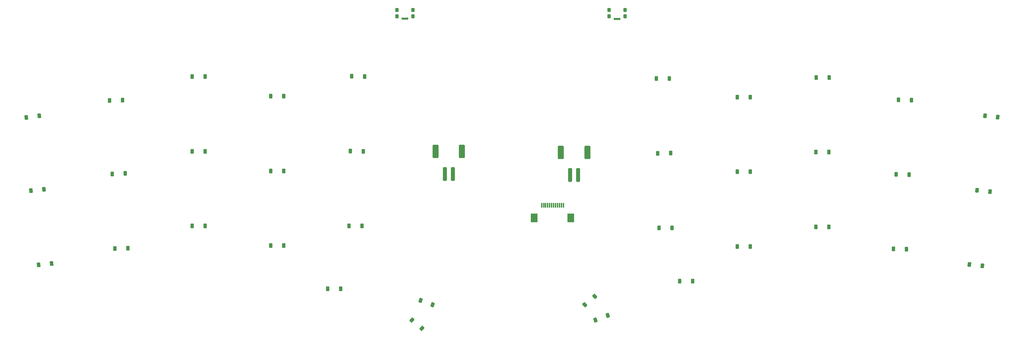
<source format=gtp>
G04 #@! TF.GenerationSoftware,KiCad,Pcbnew,8.0.8*
G04 #@! TF.CreationDate,2025-05-06T09:20:42+01:00*
G04 #@! TF.ProjectId,main_wired,6d61696e-5f77-4697-9265-642e6b696361,0.1*
G04 #@! TF.SameCoordinates,Original*
G04 #@! TF.FileFunction,Paste,Top*
G04 #@! TF.FilePolarity,Positive*
%FSLAX46Y46*%
G04 Gerber Fmt 4.6, Leading zero omitted, Abs format (unit mm)*
G04 Created by KiCad (PCBNEW 8.0.8) date 2025-05-06 09:20:42*
%MOMM*%
%LPD*%
G01*
G04 APERTURE LIST*
G04 Aperture macros list*
%AMRoundRect*
0 Rectangle with rounded corners*
0 $1 Rounding radius*
0 $2 $3 $4 $5 $6 $7 $8 $9 X,Y pos of 4 corners*
0 Add a 4 corners polygon primitive as box body*
4,1,4,$2,$3,$4,$5,$6,$7,$8,$9,$2,$3,0*
0 Add four circle primitives for the rounded corners*
1,1,$1+$1,$2,$3*
1,1,$1+$1,$4,$5*
1,1,$1+$1,$6,$7*
1,1,$1+$1,$8,$9*
0 Add four rect primitives between the rounded corners*
20,1,$1+$1,$2,$3,$4,$5,0*
20,1,$1+$1,$4,$5,$6,$7,0*
20,1,$1+$1,$6,$7,$8,$9,0*
20,1,$1+$1,$8,$9,$2,$3,0*%
G04 Aperture macros list end*
%ADD10RoundRect,0.135000X0.315000X0.365000X-0.315000X0.365000X-0.315000X-0.365000X0.315000X-0.365000X0*%
%ADD11RoundRect,0.082500X0.767500X0.192500X-0.767500X0.192500X-0.767500X-0.192500X0.767500X-0.192500X0*%
%ADD12RoundRect,0.225000X-0.218421X-0.378870X0.231510X-0.371016X0.218421X0.378870X-0.231510X0.371016X0*%
%ADD13RoundRect,0.250000X0.250000X1.500000X-0.250000X1.500000X-0.250000X-1.500000X0.250000X-1.500000X0*%
%ADD14RoundRect,0.250001X0.499999X1.449999X-0.499999X1.449999X-0.499999X-1.449999X0.499999X-1.449999X0*%
%ADD15RoundRect,0.225000X-0.225000X-0.375000X0.225000X-0.375000X0.225000X0.375000X-0.225000X0.375000X0*%
%ADD16RoundRect,0.225000X-0.083173X-0.429339X0.339688X-0.275430X0.083173X0.429339X-0.339688X0.275430X0*%
%ADD17RoundRect,0.225000X-0.231510X-0.371016X0.218421X-0.378870X0.231510X0.371016X-0.218421X0.378870X0*%
%ADD18RoundRect,0.225000X-0.262966X-0.349427X0.184569X-0.396465X0.262966X0.349427X-0.184569X0.396465X0*%
%ADD19RoundRect,0.225000X-0.237950X-0.366919X0.211776X-0.382624X0.237950X0.366919X-0.211776X0.382624X0*%
%ADD20RoundRect,0.225000X0.068685X-0.431894X0.413405X-0.142639X-0.068685X0.431894X-0.413405X0.142639X0*%
%ADD21RoundRect,0.225000X-0.413405X-0.142639X-0.068685X-0.431894X0.413405X0.142639X0.068685X0.431894X0*%
%ADD22R,0.300000X1.300000*%
%ADD23R,1.800000X2.200000*%
%ADD24RoundRect,0.225000X-0.339688X-0.275430X0.083173X-0.429339X0.339688X0.275430X-0.083173X0.429339X0*%
%ADD25RoundRect,0.225000X-0.211776X-0.382624X0.237950X-0.366919X0.211776X0.382624X-0.237950X0.366919X0*%
%ADD26RoundRect,0.225000X-0.184569X-0.396465X0.262966X-0.349427X0.184569X0.396465X-0.262966X0.349427X0*%
G04 APERTURE END LIST*
D10*
G04 #@! TO.C,SR2*
X202450000Y-80663199D03*
X198350000Y-80663199D03*
X202450000Y-79063199D03*
X198350000Y-79063199D03*
D11*
X200400000Y-81288199D03*
G04 #@! TD*
D12*
G04 #@! TO.C,D31*
X211069403Y-134528796D03*
X214368901Y-134471204D03*
G04 #@! TD*
D13*
G04 #@! TO.C,J2*
X190500000Y-121000000D03*
X188500000Y-121000000D03*
D14*
X192850000Y-115250000D03*
X186150000Y-115250000D03*
G04 #@! TD*
D15*
G04 #@! TO.C,D25*
X250998901Y-134221203D03*
X254298901Y-134221203D03*
G04 #@! TD*
D16*
G04 #@! TO.C,D35*
X194949507Y-157926312D03*
X198050493Y-156797646D03*
G04 #@! TD*
D15*
G04 #@! TO.C,D29*
X230998890Y-120201213D03*
X234298890Y-120201213D03*
G04 #@! TD*
D17*
G04 #@! TO.C,D13*
X135562978Y-134028040D03*
X132263480Y-133970448D03*
G04 #@! TD*
D15*
G04 #@! TO.C,D30*
X231008910Y-101211208D03*
X234308910Y-101211208D03*
G04 #@! TD*
D12*
G04 #@! TO.C,D33*
X210395693Y-96499234D03*
X213695191Y-96441642D03*
G04 #@! TD*
D18*
G04 #@! TO.C,D19*
X289989108Y-143790189D03*
X293271030Y-144135133D03*
G04 #@! TD*
D12*
G04 #@! TO.C,D32*
X210767244Y-115515222D03*
X214066742Y-115457630D03*
G04 #@! TD*
D15*
G04 #@! TO.C,D28*
X230998902Y-139201203D03*
X234298902Y-139201203D03*
G04 #@! TD*
G04 #@! TO.C,D26*
X250998894Y-115221186D03*
X254298894Y-115221186D03*
G04 #@! TD*
D19*
G04 #@! TO.C,D23*
X271364002Y-120847617D03*
X274661992Y-120962785D03*
G04 #@! TD*
D20*
G04 #@! TO.C,D36*
X192236027Y-154060600D03*
X194763973Y-151939400D03*
G04 #@! TD*
D15*
G04 #@! TO.C,D16*
X126850000Y-150000000D03*
X130150000Y-150000000D03*
G04 #@! TD*
D21*
G04 #@! TO.C,D18*
X148236027Y-157939400D03*
X150763973Y-160060600D03*
G04 #@! TD*
D19*
G04 #@! TO.C,D22*
X270700912Y-139836033D03*
X273998902Y-139951201D03*
G04 #@! TD*
D17*
G04 #@! TO.C,D14*
X132595082Y-114973341D03*
X135894580Y-115030933D03*
G04 #@! TD*
D22*
G04 #@! TO.C,C1*
X186750000Y-128700000D03*
X186250000Y-128700000D03*
X185750000Y-128700000D03*
X185250000Y-128700000D03*
X184750000Y-128700000D03*
X184250000Y-128700000D03*
X183750000Y-128700000D03*
X183250000Y-128700000D03*
X182750000Y-128700000D03*
X182250000Y-128700000D03*
X181750000Y-128700000D03*
X181250000Y-128700000D03*
D23*
X179350000Y-131950000D03*
X188650000Y-131950000D03*
G04 #@! TD*
D13*
G04 #@! TO.C,J1*
X158650500Y-120792243D03*
X156650500Y-120792243D03*
D14*
X161000500Y-115042243D03*
X154300500Y-115042243D03*
G04 #@! TD*
D15*
G04 #@! TO.C,D27*
X251018906Y-96211215D03*
X254318906Y-96211215D03*
G04 #@! TD*
D18*
G04 #@! TO.C,D21*
X293945589Y-105994583D03*
X297227511Y-106339527D03*
G04 #@! TD*
D24*
G04 #@! TO.C,D17*
X150449507Y-152935667D03*
X153550493Y-154064333D03*
G04 #@! TD*
D19*
G04 #@! TO.C,D24*
X271960910Y-101866033D03*
X275258900Y-101981201D03*
G04 #@! TD*
D17*
G04 #@! TO.C,D15*
X132926672Y-95871204D03*
X136226170Y-95928796D03*
G04 #@! TD*
D18*
G04 #@! TO.C,D20*
X291975143Y-124894276D03*
X295257065Y-125239220D03*
G04 #@! TD*
D10*
G04 #@! TO.C,SRL1*
X148550500Y-80642243D03*
X144450500Y-80642243D03*
X148550500Y-79042243D03*
X144450500Y-79042243D03*
D11*
X146500500Y-81267243D03*
G04 #@! TD*
D15*
G04 #@! TO.C,D34*
X216350000Y-148000000D03*
X219650000Y-148000000D03*
G04 #@! TD*
G04 #@! TO.C,D8*
X92350491Y-114999997D03*
X95650491Y-114999997D03*
G04 #@! TD*
G04 #@! TO.C,D7*
X95650497Y-134000013D03*
X92350497Y-134000013D03*
G04 #@! TD*
D25*
G04 #@! TO.C,D4*
X76010666Y-139634316D03*
X72712676Y-139749484D03*
G04 #@! TD*
G04 #@! TO.C,D6*
X71386475Y-102057584D03*
X74684465Y-101942416D03*
G04 #@! TD*
D15*
G04 #@! TO.C,D10*
X115650506Y-139000000D03*
X112350506Y-139000000D03*
G04 #@! TD*
G04 #@! TO.C,D9*
X92350488Y-96000000D03*
X95650488Y-96000000D03*
G04 #@! TD*
G04 #@! TO.C,D11*
X112350497Y-120000012D03*
X115650497Y-120000012D03*
G04 #@! TD*
D25*
G04 #@! TO.C,D5*
X72049586Y-120761067D03*
X75347576Y-120645899D03*
G04 #@! TD*
D26*
G04 #@! TO.C,D1*
X56669402Y-143574692D03*
X53387480Y-143919636D03*
G04 #@! TD*
G04 #@! TO.C,D3*
X50218078Y-106344944D03*
X53500000Y-106000000D03*
G04 #@! TD*
G04 #@! TO.C,D2*
X54683352Y-124678780D03*
X51401430Y-125023724D03*
G04 #@! TD*
D15*
G04 #@! TO.C,D12*
X112350504Y-101000000D03*
X115650504Y-101000000D03*
G04 #@! TD*
M02*

</source>
